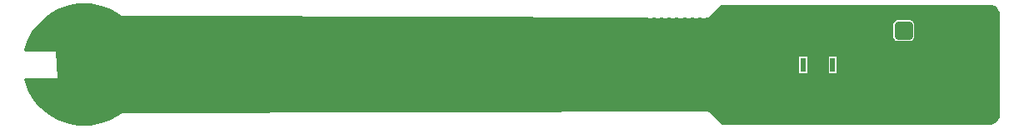
<source format=gbl>
G04*
G04 #@! TF.GenerationSoftware,Altium Limited,Altium Designer,20.1.12 (249)*
G04*
G04 Layer_Physical_Order=4*
G04 Layer_Color=16711680*
%FSLAX25Y25*%
%MOIN*%
G70*
G04*
G04 #@! TF.SameCoordinates,6E9518FA-7893-4EC2-9B17-AA6BB5186BD6*
G04*
G04*
G04 #@! TF.FilePolarity,Positive*
G04*
G01*
G75*
%ADD16R,0.17953X0.03937*%
%ADD27R,0.17638X0.15079*%
%ADD28R,0.02165X0.11299*%
%ADD29R,0.02165X0.05512*%
%ADD30C,0.07087*%
G04:AMPARAMS|DCode=31|XSize=70.87mil|YSize=70.87mil|CornerRadius=8.86mil|HoleSize=0mil|Usage=FLASHONLY|Rotation=0.000|XOffset=0mil|YOffset=0mil|HoleType=Round|Shape=RoundedRectangle|*
%AMROUNDEDRECTD31*
21,1,0.07087,0.05315,0,0,0.0*
21,1,0.05315,0.07087,0,0,0.0*
1,1,0.01772,0.02657,-0.02657*
1,1,0.01772,-0.02657,-0.02657*
1,1,0.01772,-0.02657,0.02657*
1,1,0.01772,0.02657,0.02657*
%
%ADD31ROUNDEDRECTD31*%
%ADD32C,0.01968*%
%ADD33C,0.05000*%
%ADD34C,0.02756*%
G36*
X29095Y53094D02*
X31811Y52633D01*
X34458Y51871D01*
X37002Y50816D01*
X39413Y49484D01*
X40931Y48407D01*
X40956Y48442D01*
X41261Y48239D01*
X41840Y48124D01*
X45498Y48124D01*
X183494Y47987D01*
X275418Y47310D01*
X275437Y47314D01*
X275457Y47311D01*
X275727Y47370D01*
X275998Y47421D01*
X276014Y47432D01*
X276034Y47436D01*
X276261Y47594D01*
X276491Y47746D01*
X276502Y47762D01*
X276519Y47773D01*
X281042Y52465D01*
X331436Y52500D01*
X331504Y52487D01*
X388756Y52618D01*
X388795Y52626D01*
X389788Y52495D01*
X390753Y52095D01*
X391582Y51459D01*
X392218Y50631D01*
X392618Y49666D01*
X392691Y49109D01*
X392741Y48630D01*
X392741Y48630D01*
X392741Y48136D01*
Y9133D01*
X392741Y9132D01*
X392741Y8637D01*
X392691Y8158D01*
X392618Y7601D01*
X392218Y6636D01*
X391582Y5808D01*
X390753Y5172D01*
X389788Y4772D01*
X389232Y4699D01*
X388753Y4649D01*
X388753Y4649D01*
X281562D01*
X276490Y9540D01*
X276252Y9693D01*
X276015Y9850D01*
X276003Y9853D01*
X275993Y9859D01*
X275713Y9909D01*
X275435Y9964D01*
X41835Y9250D01*
X41547Y9192D01*
X41261Y9135D01*
X41259Y9134D01*
X41257Y9133D01*
X41012Y8969D01*
X40956Y8932D01*
X40931Y8967D01*
X39413Y7890D01*
X37002Y6558D01*
X34458Y5504D01*
X31811Y4741D01*
X29095Y4280D01*
X26345Y4125D01*
X23595Y4280D01*
X20880Y4741D01*
X18233Y5504D01*
X15688Y6558D01*
X13278Y7890D01*
X11031Y9484D01*
X8978Y11319D01*
X7142Y13373D01*
X5548Y15619D01*
X4216Y18030D01*
X3162Y20575D01*
X2514Y22822D01*
X2891Y23322D01*
X15732Y23322D01*
X14904Y33952D01*
X2830Y33952D01*
X2486Y34452D01*
X3162Y36799D01*
X4216Y39344D01*
X5548Y41755D01*
X7142Y44001D01*
X8978Y46055D01*
X11031Y47890D01*
X13278Y49484D01*
X15688Y50816D01*
X18233Y51871D01*
X20880Y52633D01*
X23595Y53094D01*
X26345Y53249D01*
X29095Y53094D01*
D02*
G37*
%LPC*%
G36*
X356909Y46407D02*
X351594D01*
X351054Y46300D01*
X350595Y45994D01*
X350289Y45535D01*
X350181Y44995D01*
Y39680D01*
X350289Y39139D01*
X350595Y38680D01*
X351054Y38374D01*
X351594Y38267D01*
X356909D01*
X357450Y38374D01*
X357908Y38680D01*
X358215Y39139D01*
X358322Y39680D01*
Y44995D01*
X358215Y45535D01*
X357908Y45994D01*
X357450Y46300D01*
X356909Y46407D01*
D02*
G37*
G36*
X327458Y31893D02*
X324293D01*
Y25381D01*
X327458D01*
Y31893D01*
D02*
G37*
G36*
X315647D02*
X312482D01*
Y25381D01*
X315647D01*
Y31893D01*
D02*
G37*
%LPD*%
D16*
X383004Y38952D02*
D03*
Y18322D02*
D03*
D27*
X319970Y41826D02*
D03*
D28*
Y28637D02*
D03*
D29*
X325875D02*
D03*
X314064D02*
D03*
D30*
X364252Y42337D02*
D03*
D31*
X354252D02*
D03*
D32*
X327135Y47417D02*
D03*
X312962D02*
D03*
X327135Y37417D02*
D03*
X322529D02*
D03*
X317741D02*
D03*
X312962D02*
D03*
X327135Y42417D02*
D03*
X322529D02*
D03*
X317741D02*
D03*
X312962D02*
D03*
D33*
X319970Y34149D02*
D03*
D34*
X391152Y41670D02*
D03*
Y47804D02*
D03*
Y44737D02*
D03*
Y35537D02*
D03*
Y32471D02*
D03*
Y24804D02*
D03*
Y21737D02*
D03*
Y12537D02*
D03*
X390084Y6437D02*
D03*
X391152Y9470D02*
D03*
Y15604D02*
D03*
X280352Y7837D02*
D03*
X278352Y9737D02*
D03*
X280352Y49637D02*
D03*
X278452Y47537D02*
D03*
X304218Y50837D02*
D03*
X285818D02*
D03*
X288885D02*
D03*
X301151D02*
D03*
X295018D02*
D03*
X298084D02*
D03*
X291951D02*
D03*
X282751D02*
D03*
X307284D02*
D03*
X310351D02*
D03*
X341018D02*
D03*
X337951D02*
D03*
X313418D02*
D03*
X322618D02*
D03*
X328751D02*
D03*
X325684D02*
D03*
X331818D02*
D03*
X319551D02*
D03*
X316484D02*
D03*
X334885D02*
D03*
X371684D02*
D03*
X368618D02*
D03*
X344085D02*
D03*
X353284D02*
D03*
X359418D02*
D03*
X356351D02*
D03*
X362484D02*
D03*
X350218D02*
D03*
X347151D02*
D03*
X365551D02*
D03*
X374751D02*
D03*
X383951D02*
D03*
X390084D02*
D03*
X387018D02*
D03*
X380884D02*
D03*
X377818D02*
D03*
Y6437D02*
D03*
X380884D02*
D03*
X387018D02*
D03*
X383951D02*
D03*
X365551D02*
D03*
X347151D02*
D03*
X350218D02*
D03*
X362484D02*
D03*
X356351D02*
D03*
X359418D02*
D03*
X353284D02*
D03*
X344085D02*
D03*
X374751D02*
D03*
X368618D02*
D03*
X371684D02*
D03*
X334885D02*
D03*
X316484D02*
D03*
X319551D02*
D03*
X331818D02*
D03*
X325684D02*
D03*
X328751D02*
D03*
X322618D02*
D03*
X337951D02*
D03*
X341018D02*
D03*
X310351D02*
D03*
X307284D02*
D03*
X313418D02*
D03*
X269651Y11137D02*
D03*
X282751Y6437D02*
D03*
X291951D02*
D03*
X298084D02*
D03*
X272718Y11137D02*
D03*
X266585D02*
D03*
X295018Y6437D02*
D03*
X301151D02*
D03*
X275785Y11137D02*
D03*
X288885Y6437D02*
D03*
X285818D02*
D03*
X304218D02*
D03*
X232851Y11137D02*
D03*
X242051D02*
D03*
X251251D02*
D03*
X257385D02*
D03*
X235918D02*
D03*
X229785D02*
D03*
X254318D02*
D03*
X260451D02*
D03*
X238985D02*
D03*
X248185D02*
D03*
X245118D02*
D03*
X263518D02*
D03*
X196051D02*
D03*
X205251D02*
D03*
X214451D02*
D03*
X220585D02*
D03*
X199118D02*
D03*
X192985D02*
D03*
X217518D02*
D03*
X223651D02*
D03*
X202185D02*
D03*
X211385D02*
D03*
X208318D02*
D03*
X226718D02*
D03*
X159251D02*
D03*
X168451D02*
D03*
X177652D02*
D03*
X183785D02*
D03*
X162318D02*
D03*
X156185D02*
D03*
X180718D02*
D03*
X186851D02*
D03*
X165385D02*
D03*
X174585D02*
D03*
X171518D02*
D03*
X189918D02*
D03*
X122452D02*
D03*
X131652D02*
D03*
X140851D02*
D03*
X146985D02*
D03*
X125518D02*
D03*
X119385D02*
D03*
X143918D02*
D03*
X150051D02*
D03*
X128585D02*
D03*
X137785D02*
D03*
X134718D02*
D03*
X153118D02*
D03*
X85652D02*
D03*
X94852D02*
D03*
X104052D02*
D03*
X110185D02*
D03*
X88718D02*
D03*
X82585D02*
D03*
X107118D02*
D03*
X113252D02*
D03*
X91785D02*
D03*
X100985D02*
D03*
X97918D02*
D03*
X116318D02*
D03*
X79518D02*
D03*
X61118D02*
D03*
X64185D02*
D03*
X54985D02*
D03*
X76452D02*
D03*
X70318D02*
D03*
X45785D02*
D03*
X51918D02*
D03*
X73385D02*
D03*
X67252D02*
D03*
X58052D02*
D03*
X48852D02*
D03*
Y46137D02*
D03*
X58052D02*
D03*
X67252D02*
D03*
X73385D02*
D03*
X51918D02*
D03*
X45785D02*
D03*
X70318D02*
D03*
X76452D02*
D03*
X54985D02*
D03*
X64185D02*
D03*
X61118D02*
D03*
X79518D02*
D03*
X116318D02*
D03*
X97918D02*
D03*
X100985D02*
D03*
X91785D02*
D03*
X113252D02*
D03*
X107118D02*
D03*
X82585D02*
D03*
X88718D02*
D03*
X110185D02*
D03*
X104052D02*
D03*
X94852D02*
D03*
X85652D02*
D03*
X153118D02*
D03*
X134718D02*
D03*
X137785D02*
D03*
X128585D02*
D03*
X150051D02*
D03*
X143918D02*
D03*
X119385D02*
D03*
X125518D02*
D03*
X146985D02*
D03*
X140851D02*
D03*
X131652D02*
D03*
X122452D02*
D03*
X171518D02*
D03*
X174585D02*
D03*
X165385D02*
D03*
X186851D02*
D03*
X180718D02*
D03*
X156185D02*
D03*
X162318D02*
D03*
X183785D02*
D03*
X177652D02*
D03*
X168451D02*
D03*
X159251D02*
D03*
X189918D02*
D03*
X226718D02*
D03*
X208318D02*
D03*
X211385D02*
D03*
X202185D02*
D03*
X223651D02*
D03*
X217518D02*
D03*
X192985D02*
D03*
X199118D02*
D03*
X220585D02*
D03*
X214451D02*
D03*
X205251D02*
D03*
X196051D02*
D03*
X245118D02*
D03*
X248185D02*
D03*
X238985D02*
D03*
X260451D02*
D03*
X254318D02*
D03*
X229785D02*
D03*
X235918D02*
D03*
X257385D02*
D03*
X251251D02*
D03*
X242051D02*
D03*
X232851D02*
D03*
X263518D02*
D03*
X275785D02*
D03*
X266585D02*
D03*
X272718D02*
D03*
X269651D02*
D03*
X40155Y10643D02*
D03*
X37652Y9137D02*
D03*
X34952Y8037D02*
D03*
X32169Y7203D02*
D03*
X29293Y6523D02*
D03*
X26252Y6437D02*
D03*
X23152Y6737D02*
D03*
X20252Y7437D02*
D03*
X17452Y8437D02*
D03*
X14852Y9937D02*
D03*
X12552Y11637D02*
D03*
X10452Y13737D02*
D03*
X8452Y15937D02*
D03*
X6952Y18637D02*
D03*
X5852Y21437D02*
D03*
X40155Y46632D02*
D03*
X37652Y48137D02*
D03*
X34952Y49237D02*
D03*
X32169Y50071D02*
D03*
X29293Y50751D02*
D03*
X26252Y50837D02*
D03*
X23152Y50537D02*
D03*
X20252Y49837D02*
D03*
X17452Y48837D02*
D03*
X14852Y47337D02*
D03*
X12552Y45637D02*
D03*
X10452Y43537D02*
D03*
X8452Y41337D02*
D03*
X6952Y38637D02*
D03*
X5852Y35837D02*
D03*
X42852Y44937D02*
D03*
Y12337D02*
D03*
X48952Y22537D02*
D03*
X47952Y19837D02*
D03*
X46552Y17137D02*
D03*
X44852Y14637D02*
D03*
X42852Y12337D02*
D03*
X44852Y42637D02*
D03*
X46552Y40137D02*
D03*
X47952Y37437D02*
D03*
X48952Y34737D02*
D03*
X55785Y25437D02*
D03*
X64985D02*
D03*
X74185D02*
D03*
X80318D02*
D03*
X58852D02*
D03*
X52718D02*
D03*
X77252D02*
D03*
X83385D02*
D03*
X61918D02*
D03*
X71118D02*
D03*
X68052D02*
D03*
X49652D02*
D03*
X86452D02*
D03*
X123252D02*
D03*
X104852D02*
D03*
X107918D02*
D03*
X98718D02*
D03*
X120185D02*
D03*
X114052D02*
D03*
X89518D02*
D03*
X95652D02*
D03*
X117118D02*
D03*
X110985D02*
D03*
X101785D02*
D03*
X92585D02*
D03*
X141651D02*
D03*
X144718D02*
D03*
X135518D02*
D03*
X156985D02*
D03*
X150852D02*
D03*
X126318D02*
D03*
X132452D02*
D03*
X153918D02*
D03*
X147785D02*
D03*
X138585D02*
D03*
X129385D02*
D03*
X160052D02*
D03*
X196851D02*
D03*
X178452D02*
D03*
X181518D02*
D03*
X172318D02*
D03*
X193785D02*
D03*
X187651D02*
D03*
X163118D02*
D03*
X169252D02*
D03*
X190718D02*
D03*
X184585D02*
D03*
X175385D02*
D03*
X166185D02*
D03*
X215251D02*
D03*
X218318D02*
D03*
X209118D02*
D03*
X230585D02*
D03*
X224451D02*
D03*
X199918D02*
D03*
X206051D02*
D03*
X227518D02*
D03*
X221385D02*
D03*
X212185D02*
D03*
X202985D02*
D03*
X233651D02*
D03*
X252051D02*
D03*
X255118D02*
D03*
X245918D02*
D03*
X267385D02*
D03*
X261251D02*
D03*
X236718D02*
D03*
X242851D02*
D03*
X264318D02*
D03*
X258185D02*
D03*
X248985D02*
D03*
X239785D02*
D03*
X270451D02*
D03*
X288851D02*
D03*
X291918D02*
D03*
X282718D02*
D03*
X273518D02*
D03*
X279651D02*
D03*
X294985D02*
D03*
X285785D02*
D03*
X276585D02*
D03*
Y31837D02*
D03*
X285785D02*
D03*
X294985D02*
D03*
X279651D02*
D03*
X273518D02*
D03*
X282718D02*
D03*
X291918D02*
D03*
X288851D02*
D03*
X239785D02*
D03*
X248985D02*
D03*
X258185D02*
D03*
X264318D02*
D03*
X242851D02*
D03*
X236718D02*
D03*
X261251D02*
D03*
X267385D02*
D03*
X245918D02*
D03*
X255118D02*
D03*
X252051D02*
D03*
X270451D02*
D03*
X233651D02*
D03*
X202985D02*
D03*
X212185D02*
D03*
X221385D02*
D03*
X227518D02*
D03*
X206051D02*
D03*
X199918D02*
D03*
X224451D02*
D03*
X230585D02*
D03*
X209118D02*
D03*
X218318D02*
D03*
X215251D02*
D03*
X196851D02*
D03*
X166185D02*
D03*
X175385D02*
D03*
X184585D02*
D03*
X190718D02*
D03*
X169252D02*
D03*
X163118D02*
D03*
X187651D02*
D03*
X193785D02*
D03*
X172318D02*
D03*
X181518D02*
D03*
X178452D02*
D03*
X129385D02*
D03*
X138585D02*
D03*
X147785D02*
D03*
X153918D02*
D03*
X132452D02*
D03*
X126318D02*
D03*
X150852D02*
D03*
X156985D02*
D03*
X135518D02*
D03*
X144718D02*
D03*
X141651D02*
D03*
X160052D02*
D03*
X92585D02*
D03*
X101785D02*
D03*
X110985D02*
D03*
X117118D02*
D03*
X95652D02*
D03*
X89518D02*
D03*
X114052D02*
D03*
X120185D02*
D03*
X98718D02*
D03*
X107918D02*
D03*
X104852D02*
D03*
X123252D02*
D03*
X49652D02*
D03*
X86452D02*
D03*
X68052D02*
D03*
X71118D02*
D03*
X61918D02*
D03*
X83385D02*
D03*
X77252D02*
D03*
X52718D02*
D03*
X58852D02*
D03*
X80318D02*
D03*
X74185D02*
D03*
X64985D02*
D03*
X55785D02*
D03*
X12752Y35737D02*
D03*
X14352Y38137D02*
D03*
X16352Y40337D02*
D03*
X37571Y16226D02*
D03*
X35216Y14427D02*
D03*
X41252Y20837D02*
D03*
X39682Y18337D02*
D03*
X32552Y13237D02*
D03*
X29652Y12537D02*
D03*
X26652Y12337D02*
D03*
X23752Y12737D02*
D03*
X20952Y13737D02*
D03*
X18352Y15137D02*
D03*
X15952Y16937D02*
D03*
X14052Y19137D02*
D03*
X12552Y21637D02*
D03*
X18652Y42137D02*
D03*
X21352Y43437D02*
D03*
X24352Y44137D02*
D03*
X27352Y44437D02*
D03*
X30352Y44237D02*
D03*
X33152Y43337D02*
D03*
X35752Y41837D02*
D03*
X38052Y40037D02*
D03*
X39952Y37737D02*
D03*
X41352Y35237D02*
D03*
X42252Y32437D02*
D03*
X42652Y29537D02*
D03*
Y26637D02*
D03*
X46296Y25219D02*
D03*
X42252Y23637D02*
D03*
M02*

</source>
